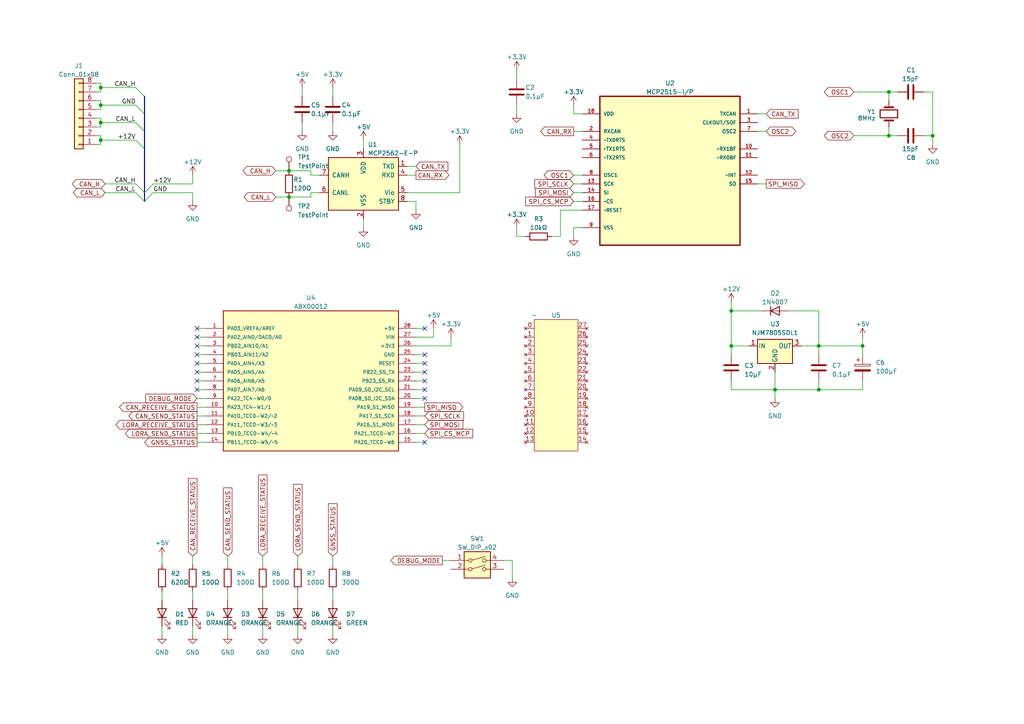
<source format=kicad_sch>
(kicad_sch (version 20230121) (generator eeschema)
  (paper "A4")
  (lib_symbols
    (symbol "ABX00012:ABX00012" (pin_names (offset 1.016))
      (property "Reference" "U" (at -25.4 21.082 0))
      (property "Value" "ABX00012" (at -25.4 -22.86 0))
      (symbol "ABX00012_0_0"
        (rectangle (start -25.4 -20.32) (end 25.4 20.32) (stroke (width 0.254)) (fill (type background)))
        (pin bidirectional line (at -30.48 15.24 0) (length 5.08) (name "PA03_VREFA/AREF") (number "1"))
        (pin bidirectional line (at -30.48 -7.62 0) (length 5.08) (name "PA23_TC4-W1/1") (number "10"))
        (pin bidirectional line (at -30.48 -10.16 0) (length 5.08) (name "PA10_TCC0-W2/~2") (number "11"))
        (pin bidirectional line (at -30.48 -12.7 0) (length 5.08) (name "PA11_TCC0-W3/~3") (number "12"))
        (pin bidirectional line (at -30.48 -15.24 0) (length 5.08) (name "PB10_TCC0-W4/~4") (number "13"))
        (pin bidirectional line (at -30.48 -17.78 0) (length 5.08) (name "PB11_TCC0-W5/~5") (number "14"))
        (pin bidirectional line (at 30.48 -17.78 180) (length 5.08) (name "PA20_TCC0-W6") (number "15"))
        (pin bidirectional line (at 30.48 -15.24 180) (length 5.08) (name "PA21_TCC0-W7") (number "16"))
        (pin bidirectional line (at 30.48 -12.7 180) (length 5.08) (name "PA16_S1_MOSI") (number "17"))
        (pin bidirectional line (at 30.48 -10.16 180) (length 5.08) (name "PA17_S1_SCK") (number "18"))
        (pin bidirectional line (at 30.48 -7.62 180) (length 5.08) (name "PA19_S1_MISO") (number "19"))
        (pin bidirectional line (at -30.48 12.7 0) (length 5.08) (name "PA02_AIN0/DAC0/A0") (number "2"))
        (pin bidirectional line (at 30.48 -5.08 180) (length 5.08) (name "PA08_S0_I2C_SDA") (number "20"))
        (pin bidirectional line (at 30.48 -2.54 180) (length 5.08) (name "PA09_S0_I2C_SCL") (number "21"))
        (pin bidirectional line (at 30.48 0 180) (length 5.08) (name "PB23_S5_RX") (number "22"))
        (pin bidirectional line (at 30.48 2.54 180) (length 5.08) (name "PB22_S5_TX") (number "23"))
        (pin input line (at 30.48 5.08 180) (length 5.08) (name "RESET") (number "24"))
        (pin power_in line (at 30.48 7.62 180) (length 5.08) (name "GND") (number "25"))
        (pin power_in line (at 30.48 10.16 180) (length 5.08) (name "+3V3") (number "26"))
        (pin power_in line (at 30.48 12.7 180) (length 5.08) (name "VIN") (number "27"))
        (pin power_in line (at 30.48 15.24 180) (length 5.08) (name "+5V") (number "28"))
        (pin bidirectional line (at -30.48 10.16 0) (length 5.08) (name "PB02_AIN10/A1") (number "3"))
        (pin bidirectional line (at -30.48 7.62 0) (length 5.08) (name "PB03_AIN11/A2") (number "4"))
        (pin bidirectional line (at -30.48 5.08 0) (length 5.08) (name "PA04_AIN4/A3") (number "5"))
        (pin bidirectional line (at -30.48 2.54 0) (length 5.08) (name "PA05_AIN5/A4") (number "6"))
        (pin bidirectional line (at -30.48 0 0) (length 5.08) (name "PA06_AIN6/A5") (number "7"))
        (pin bidirectional line (at -30.48 -2.54 0) (length 5.08) (name "PA07_AIN7/A6") (number "8"))
        (pin bidirectional line (at -30.48 -5.08 0) (length 5.08) (name "PA22_TC4-W0/0") (number "9"))
      )
    )
    (symbol "ArduinoMkrGpsShield:Arduino_MKR_GPS_Shield"
      (property "Reference" "U" (at 6.35 1.27 0))
      (symbol "Arduino_MKR_GPS_Shield_1_0"
        (pin no_connect line (at 15.24 -7.62 180) (length 2.54) (name "") (number "25"))
      )
      (symbol "Arduino_MKR_GPS_Shield_1_1"
        (rectangle (start 0 0) (end 12.7 -38.1) (fill (type background)))
        (pin no_connect line (at -2.54 -2.54 0) (length 2.54) (name "") (number "0"))
        (pin no_connect line (at -2.54 -5.08 0) (length 2.54) (name "") (number "1"))
        (pin no_connect line (at -2.54 -27.94 0) (length 2.54) (name "") (number "10"))
        (pin no_connect line (at -2.54 -30.48 0) (length 2.54) (name "") (number "11"))
        (pin no_connect line (at -2.54 -33.02 0) (length 2.54) (name "") (number "12"))
        (pin no_connect line (at -2.54 -35.56 0) (length 2.54) (name "") (number "13"))
        (pin no_connect line (at 15.24 -35.56 180) (length 2.54) (name "") (number "14"))
        (pin no_connect line (at 15.24 -33.02 180) (length 2.54) (name "") (number "15"))
        (pin no_connect line (at 15.24 -30.48 180) (length 2.54) (name "") (number "16"))
        (pin no_connect line (at 15.24 -27.94 180) (length 2.54) (name "") (number "17"))
        (pin no_connect line (at 15.24 -25.4 180) (length 2.54) (name "") (number "18"))
        (pin no_connect line (at 15.24 -22.86 180) (length 2.54) (name "") (number "19"))
        (pin no_connect line (at -2.54 -7.62 0) (length 2.54) (name "") (number "2"))
        (pin no_connect line (at 15.24 -20.32 180) (length 2.54) (name "") (number "20"))
        (pin no_connect line (at 15.24 -17.78 180) (length 2.54) (name "") (number "21"))
        (pin no_connect line (at 15.24 -15.24 180) (length 2.54) (name "") (number "22"))
        (pin no_connect line (at 15.24 -12.7 180) (length 2.54) (name "") (number "23"))
        (pin no_connect line (at 15.24 -10.16 180) (length 2.54) (name "") (number "24"))
        (pin no_connect line (at 15.24 -5.08 180) (length 2.54) (name "") (number "26"))
        (pin no_connect line (at 15.24 -2.54 180) (length 2.54) (name "") (number "27"))
        (pin no_connect line (at -2.54 -10.16 0) (length 2.54) (name "") (number "3"))
        (pin no_connect line (at -2.54 -12.7 0) (length 2.54) (name "") (number "4"))
        (pin no_connect line (at -2.54 -15.24 0) (length 2.54) (name "") (number "5"))
        (pin no_connect line (at -2.54 -17.78 0) (length 2.54) (name "") (number "6"))
        (pin no_connect line (at -2.54 -20.32 0) (length 2.54) (name "") (number "7"))
        (pin no_connect line (at -2.54 -22.86 0) (length 2.54) (name "") (number "8"))
        (pin no_connect line (at -2.54 -25.4 0) (length 2.54) (name "") (number "9"))
      )
    )
    (symbol "Connector:TestPoint" (pin_numbers hide) (pin_names (offset 0.762) hide)
      (property "Reference" "TP" (at 0 6.858 0))
      (property "Value" "TestPoint" (at 0 5.08 0))
      (symbol "TestPoint_0_1"
        (circle (center 0 3.302) (radius 0.762))
      )
      (symbol "TestPoint_1_1"
        (pin passive line (at 0 0 90) (length 2.54) (name "1") (number "1"))
      )
    )
    (symbol "Connector_Generic:Conn_01x08" (pin_names (offset 1.016) hide)
      (property "Reference" "J" (at 0 10.16 0))
      (property "Value" "Conn_01x08" (at 0 -12.7 0))
      (symbol "Conn_01x08_1_1"
        (rectangle (start -1.27 -10.033) (end 0 -10.287) (stroke (width 0.1524)))
        (rectangle (start -1.27 -7.493) (end 0 -7.747) (stroke (width 0.1524)))
        (rectangle (start -1.27 -4.953) (end 0 -5.207) (stroke (width 0.1524)))
        (rectangle (start -1.27 -2.413) (end 0 -2.667) (stroke (width 0.1524)))
        (rectangle (start -1.27 0.127) (end 0 -0.127) (stroke (width 0.1524)))
        (rectangle (start -1.27 2.667) (end 0 2.413) (stroke (width 0.1524)))
        (rectangle (start -1.27 5.207) (end 0 4.953) (stroke (width 0.1524)))
        (rectangle (start -1.27 7.747) (end 0 7.493) (stroke (width 0.1524)))
        (rectangle (start -1.27 8.89) (end 1.27 -11.43) (stroke (width 0.254)) (fill (type background)))
        (pin passive line (at -5.08 7.62 0) (length 3.81) (name "Pin_1") (number "1"))
        (pin passive line (at -5.08 5.08 0) (length 3.81) (name "Pin_2") (number "2"))
        (pin passive line (at -5.08 2.54 0) (length 3.81) (name "Pin_3") (number "3"))
        (pin passive line (at -5.08 0 0) (length 3.81) (name "Pin_4") (number "4"))
        (pin passive line (at -5.08 -2.54 0) (length 3.81) (name "Pin_5") (number "5"))
        (pin passive line (at -5.08 -5.08 0) (length 3.81) (name "Pin_6") (number "6"))
        (pin passive line (at -5.08 -7.62 0) (length 3.81) (name "Pin_7") (number "7"))
        (pin passive line (at -5.08 -10.16 0) (length 3.81) (name "Pin_8") (number "8"))
      )
    )
    (symbol "Device:C" (pin_numbers hide) (pin_names (offset 0.254))
      (property "Reference" "C" (at 0.635 2.54 0))
      (property "Value" "C" (at 0.635 -2.54 0))
      (symbol "C_0_1"
        (polyline (pts (xy -2.032 -0.762) (xy 2.032 -0.762)) (stroke (width 0.508)))
        (polyline (pts (xy -2.032 0.762) (xy 2.032 0.762)) (stroke (width 0.508)))
      )
      (symbol "C_1_1"
        (pin passive line (at 0 3.81 270) (length 2.794) (name "~") (number "1"))
        (pin passive line (at 0 -3.81 90) (length 2.794) (name "~") (number "2"))
      )
    )
    (symbol "Device:C_Polarized" (pin_numbers hide) (pin_names (offset 0.254))
      (property "Reference" "C" (at 0.635 2.54 0))
      (property "Value" "C_Polarized" (at 0.635 -2.54 0))
      (symbol "C_Polarized_0_1"
        (rectangle (start -2.286 0.508) (end 2.286 1.016))
        (polyline (pts (xy -1.778 2.286) (xy -0.762 2.286)))
        (polyline (pts (xy -1.27 2.794) (xy -1.27 1.778)))
        (rectangle (start 2.286 -0.508) (end -2.286 -1.016) (fill (type outline)))
      )
      (symbol "C_Polarized_1_1"
        (pin passive line (at 0 3.81 270) (length 2.794) (name "~") (number "1"))
        (pin passive line (at 0 -3.81 90) (length 2.794) (name "~") (number "2"))
      )
    )
    (symbol "Device:Crystal" (pin_numbers hide) (pin_names (offset 1.016) hide)
      (property "Reference" "Y" (at 0 3.81 0))
      (property "Value" "Crystal" (at 0 -3.81 0))
      (symbol "Crystal_0_1"
        (rectangle (start -1.143 2.54) (end 1.143 -2.54) (stroke (width 0.3048)))
        (polyline (pts (xy -2.54 0) (xy -1.905 0)))
        (polyline (pts (xy -1.905 -1.27) (xy -1.905 1.27)) (stroke (width 0.508)))
        (polyline (pts (xy 1.905 -1.27) (xy 1.905 1.27)) (stroke (width 0.508)))
        (polyline (pts (xy 2.54 0) (xy 1.905 0)))
      )
      (symbol "Crystal_1_1"
        (pin passive line (at -3.81 0 0) (length 1.27) (name "1") (number "1"))
        (pin passive line (at 3.81 0 180) (length 1.27) (name "2") (number "2"))
      )
    )
    (symbol "Device:LED" (pin_numbers hide) (pin_names (offset 1.016) hide)
      (property "Reference" "D" (at 0 2.54 0))
      (property "Value" "LED" (at 0 -2.54 0))
      (symbol "LED_0_1"
        (polyline (pts (xy -1.27 -1.27) (xy -1.27 1.27)) (stroke (width 0.254)))
        (polyline (pts (xy -1.27 0) (xy 1.27 0)))
        (polyline (pts (xy 1.27 -1.27) (xy 1.27 1.27) (xy -1.27 0) (xy 1.27 -1.27)) (stroke (width 0.254)))
        (polyline (pts (xy -3.048 -0.762) (xy -4.572 -2.286) (xy -3.81 -2.286) (xy -4.572 -2.286) (xy -4.572 -1.524)))
        (polyline (pts (xy -1.778 -0.762) (xy -3.302 -2.286) (xy -2.54 -2.286) (xy -3.302 -2.286) (xy -3.302 -1.524)))
      )
      (symbol "LED_1_1"
        (pin passive line (at -3.81 0 0) (length 2.54) (name "K") (number "1"))
        (pin passive line (at 3.81 0 180) (length 2.54) (name "A") (number "2"))
      )
    )
    (symbol "Device:R" (pin_numbers hide) (pin_names (offset 0))
      (property "Reference" "R" (at 2.032 0 90))
      (property "Value" "R" (at 0 0 90))
      (symbol "R_0_1"
        (rectangle (start -1.016 -2.54) (end 1.016 2.54) (stroke (width 0.254)))
      )
      (symbol "R_1_1"
        (pin passive line (at 0 3.81 270) (length 1.27) (name "~") (number "1"))
        (pin passive line (at 0 -3.81 90) (length 1.27) (name "~") (number "2"))
      )
    )
    (symbol "Diode:1N4007" (pin_numbers hide) (pin_names hide)
      (property "Reference" "D" (at 0 2.54 0))
      (property "Value" "1N4007" (at 0 -2.54 0))
      (symbol "1N4007_0_1"
        (polyline (pts (xy -1.27 1.27) (xy -1.27 -1.27)) (stroke (width 0.254)))
        (polyline (pts (xy 1.27 0) (xy -1.27 0)))
        (polyline (pts (xy 1.27 1.27) (xy 1.27 -1.27) (xy -1.27 0) (xy 1.27 1.27)) (stroke (width 0.254)))
      )
      (symbol "1N4007_1_1"
        (pin passive line (at -3.81 0 0) (length 2.54) (name "K") (number "1"))
        (pin passive line (at 3.81 0 180) (length 2.54) (name "A") (number "2"))
      )
    )
    (symbol "Interface_CAN_LIN:MCP2562-E-P" (pin_names (offset 1.016))
      (property "Reference" "U" (at -10.16 8.89 0))
      (property "Value" "MCP2562-E-P" (at 2.54 8.89 0))
      (symbol "MCP2562-E-P_0_1"
        (rectangle (start -10.16 7.62) (end 10.16 -7.62) (stroke (width 0.254)) (fill (type background)))
      )
      (symbol "MCP2562-E-P_1_1"
        (pin input line (at -12.7 5.08 0) (length 2.54) (name "TXD") (number "1"))
        (pin power_in line (at 0 -10.16 90) (length 2.54) (name "VSS") (number "2"))
        (pin power_in line (at 0 10.16 270) (length 2.54) (name "VDD") (number "3"))
        (pin output line (at -12.7 2.54 0) (length 2.54) (name "RXD") (number "4"))
        (pin power_in line (at -12.7 -2.54 0) (length 2.54) (name "Vio") (number "5"))
        (pin bidirectional line (at 12.7 -2.54 180) (length 2.54) (name "CANL") (number "6"))
        (pin bidirectional line (at 12.7 2.54 180) (length 2.54) (name "CANH") (number "7"))
        (pin input line (at -12.7 -5.08 0) (length 2.54) (name "STBY") (number "8"))
      )
    )
    (symbol "MCP2515-I_P:MCP2515-I{slash}P" (pin_names (offset 1.016))
      (property "Reference" "U" (at -5.1308 20.2692 0))
      (property "Value" "MCP2515-I{slash}P" (at -5.2324 -29.718 0))
      (symbol "MCP2515-I{slash}P_0_0"
        (rectangle (start -20.32 -25.4) (end 20.32 17.78) (stroke (width 0.4064)) (fill (type background)))
        (pin output line (at 25.4 12.7 180) (length 5.08) (name "TXCAN") (number "1"))
        (pin output line (at 25.4 2.54 180) (length 5.08) (name "~RX1BF") (number "10"))
        (pin output line (at 25.4 0 180) (length 5.08) (name "~RX0BF") (number "11"))
        (pin output line (at 25.4 -5.08 180) (length 5.08) (name "~INT") (number "12"))
        (pin input line (at -25.4 -7.62 0) (length 5.08) (name "SCK") (number "13"))
        (pin input line (at -25.4 -10.16 0) (length 5.08) (name "SI") (number "14"))
        (pin output line (at 25.4 -7.62 180) (length 5.08) (name "SO") (number "15"))
        (pin input line (at -25.4 -12.7 0) (length 5.08) (name "~CS") (number "16"))
        (pin input line (at -25.4 -15.24 0) (length 5.08) (name "~RESET") (number "17"))
        (pin power_in line (at -25.4 12.7 0) (length 5.08) (name "VDD") (number "18"))
        (pin input line (at -25.4 7.62 0) (length 5.08) (name "RXCAN") (number "2"))
        (pin output line (at 25.4 10.16 180) (length 5.08) (name "CLKOUT/SOF") (number "3"))
        (pin input line (at -25.4 5.08 0) (length 5.08) (name "~TX0RTS") (number "4"))
        (pin input line (at -25.4 2.54 0) (length 5.08) (name "~TX1RTS") (number "5"))
        (pin input line (at -25.4 0 0) (length 5.08) (name "~TX2RTS") (number "6"))
        (pin output line (at 25.4 7.62 180) (length 5.08) (name "OSC2") (number "7"))
        (pin input line (at -25.4 -5.08 0) (length 5.08) (name "OSC1") (number "8"))
        (pin power_in line (at -25.4 -20.32 0) (length 5.08) (name "VSS") (number "9"))
      )
    )
    (symbol "Regulator_Linear:L7805" (pin_names (offset 0.254))
      (property "Reference" "U" (at -3.81 3.175 0))
      (property "Value" "L7805" (at 0 3.175 0))
      (symbol "L7805_0_1"
        (rectangle (start -5.08 1.905) (end 5.08 -5.08) (stroke (width 0.254)) (fill (type background)))
      )
      (symbol "L7805_1_1"
        (pin power_in line (at -7.62 0 0) (length 2.54) (name "IN") (number "1"))
        (pin power_in line (at 0 -7.62 90) (length 2.54) (name "GND") (number "2"))
        (pin power_out line (at 7.62 0 180) (length 2.54) (name "OUT") (number "3"))
      )
    )
    (symbol "Switch:SW_DIP_x02" (pin_names (offset 0) hide)
      (property "Reference" "SW" (at 0 6.35 0))
      (property "Value" "SW_DIP_x02" (at 0 -3.81 0))
      (symbol "SW_DIP_x02_0_0"
        (circle (center -2.032 0) (radius 0.508))
        (circle (center -2.032 2.54) (radius 0.508))
        (polyline (pts (xy -1.524 0.127) (xy 2.3622 1.1684)))
        (polyline (pts (xy -1.524 2.667) (xy 2.3622 3.7084)))
        (circle (center 2.032 0) (radius 0.508))
        (circle (center 2.032 2.54) (radius 0.508))
      )
      (symbol "SW_DIP_x02_0_1"
        (rectangle (start -3.81 5.08) (end 3.81 -2.54) (stroke (width 0.254)) (fill (type background)))
      )
      (symbol "SW_DIP_x02_1_1"
        (pin passive line (at -7.62 2.54 0) (length 5.08) (name "~") (number "1"))
        (pin passive line (at -7.62 0 0) (length 5.08) (name "~") (number "2"))
        (pin passive line (at 7.62 0 180) (length 5.08) (name "~") (number "3"))
        (pin passive line (at 7.62 2.54 180) (length 5.08) (name "~") (number "4"))
      )
    )
    (symbol "power:+12V" (power) (pin_names (offset 0))
      (property "Value" "+12V" (at 0 3.556 0))
      (symbol "+12V_0_1"
        (polyline (pts (xy -0.762 1.27) (xy 0 2.54)))
        (polyline (pts (xy 0 0) (xy 0 2.54)))
        (polyline (pts (xy 0 2.54) (xy 0.762 1.27)))
      )
      (symbol "+12V_1_1"
        (pin power_in line (at 0 0 90) (length 0) hide (name "+12V") (number "1"))
      )
    )
    (symbol "power:+3.3V" (power) (pin_names (offset 0))
      (property "Value" "+3.3V" (at 0 3.556 0))
      (symbol "+3.3V_0_1"
        (polyline (pts (xy -0.762 1.27) (xy 0 2.54)))
        (polyline (pts (xy 0 0) (xy 0 2.54)))
        (polyline (pts (xy 0 2.54) (xy 0.762 1.27)))
      )
      (symbol "+3.3V_1_1"
        (pin power_in line (at 0 0 90) (length 0) hide (name "+3.3V") (number "1"))
      )
    )
    (symbol "power:+5V" (power) (pin_names (offset 0))
      (property "Value" "+5V" (at 0 3.556 0))
      (symbol "+5V_0_1"
        (polyline (pts (xy -0.762 1.27) (xy 0 2.54)))
        (polyline (pts (xy 0 0) (xy 0 2.54)))
        (polyline (pts (xy 0 2.54) (xy 0.762 1.27)))
      )
      (symbol "+5V_1_1"
        (pin power_in line (at 0 0 90) (length 0) hide (name "+5V") (number "1"))
      )
    )
    (symbol "power:GND" (power) (pin_names (offset 0))
      (property "Value" "GND" (at 0 -3.81 0))
      (symbol "GND_0_1"
        (polyline (pts (xy 0 0) (xy 0 -1.27) (xy 1.27 -1.27) (xy 0 -2.54) (xy -1.27 -1.27) (xy 0 -1.27)))
      )
      (symbol "GND_1_1"
        (pin power_in line (at 0 0 270) (length 0) hide (name "GND") (number "1"))
      )
    )
  )
  (junction (at 29.21 30.48))
  (junction (at 250.19 100.33))
  (junction (at 237.49 100.33))
  (junction (at 257.81 39.37))
  (junction (at 212.09 90.17))
  (junction (at 257.81 26.67))
  (junction (at 83.82 57.15))
  (junction (at 212.09 100.33))
  (junction (at 29.21 40.64))
  (junction (at 237.49 113.03))
  (junction (at 83.82 49.53))
  (junction (at 224.79 113.03))
  (junction (at 29.21 35.56))
  (junction (at 29.21 25.4))
  (junction (at 270.51 39.37))
  (no_connect (at 123.19 128.27))
  (no_connect (at 57.15 113.03))
  (no_connect (at 123.19 95.25))
  (no_connect (at 57.15 105.41))
  (no_connect (at 123.19 102.87))
  (no_connect (at 57.15 110.49))
  (no_connect (at 57.15 95.25))
  (no_connect (at 123.19 115.57))
  (no_connect (at 123.19 110.49))
  (no_connect (at 123.19 105.41))
  (no_connect (at 57.15 107.95))
  (no_connect (at 123.19 107.95))
  (no_connect (at 57.15 97.79))
  (no_connect (at 123.19 113.03))
  (no_connect (at 57.15 102.87))
  (no_connect (at 57.15 100.33))
  (bus_entry (at 41.91 55.88) (size 2.54 -2.54))
  (bus_entry (at 39.37 35.56) (size 2.54 2.54))
  (bus_entry (at 39.37 40.64) (size 2.54 2.54))
  (bus_entry (at 41.91 58.42) (size -2.54 -2.54))
  (bus_entry (at 41.91 55.88) (size -2.54 -2.54))
  (bus_entry (at 41.91 58.42) (size 2.54 -2.54))
  (bus_entry (at 39.37 25.4) (size 2.54 2.54))
  (bus_entry (at 39.37 30.48) (size 2.54 2.54))
  (wire (pts (xy 232.41 100.33) (xy 237.49 100.33)))
  (wire (pts (xy 270.51 41.91) (xy 270.51 39.37)))
  (wire (pts (xy 219.71 53.34) (xy 222.25 53.34)))
  (wire (pts (xy 219.71 33.02) (xy 222.25 33.02)))
  (wire (pts (xy 57.15 125.73) (xy 59.69 125.73)))
  (bus (pts (xy 41.91 55.88) (xy 41.91 58.42)))
  (wire (pts (xy 29.21 41.91) (xy 29.21 40.64)))
  (wire (pts (xy 166.37 55.88) (xy 168.91 55.88)))
  (wire (pts (xy 168.91 60.96) (xy 162.56 60.96)))
  (wire (pts (xy 57.15 102.87) (xy 59.69 102.87)))
  (wire (pts (xy 237.49 100.33) (xy 237.49 102.87)))
  (wire (pts (xy 120.65 100.33) (xy 130.81 100.33)))
  (wire (pts (xy 237.49 100.33) (xy 250.19 100.33)))
  (wire (pts (xy 29.21 25.4) (xy 29.21 24.13)))
  (wire (pts (xy 57.15 120.65) (xy 59.69 120.65)))
  (wire (pts (xy 120.65 113.03) (xy 123.19 113.03)))
  (wire (pts (xy 224.79 113.03) (xy 237.49 113.03)))
  (wire (pts (xy 55.88 50.8) (xy 55.88 53.34)))
  (wire (pts (xy 57.15 113.03) (xy 59.69 113.03)))
  (wire (pts (xy 270.51 39.37) (xy 270.51 26.67)))
  (wire (pts (xy 57.15 128.27) (xy 59.69 128.27)))
  (wire (pts (xy 120.65 102.87) (xy 123.19 102.87)))
  (wire (pts (xy 212.09 90.17) (xy 212.09 100.33)))
  (wire (pts (xy 76.2 181.61) (xy 76.2 184.15)))
  (wire (pts (xy 29.21 25.4) (xy 39.37 25.4)))
  (wire (pts (xy 66.04 181.61) (xy 66.04 184.15)))
  (wire (pts (xy 228.6 90.17) (xy 237.49 90.17)))
  (wire (pts (xy 257.81 39.37) (xy 260.35 39.37)))
  (wire (pts (xy 86.36 181.61) (xy 86.36 184.15)))
  (wire (pts (xy 57.15 118.11) (xy 59.69 118.11)))
  (wire (pts (xy 237.49 90.17) (xy 237.49 100.33)))
  (wire (pts (xy 247.65 39.37) (xy 257.81 39.37)))
  (wire (pts (xy 250.19 102.87) (xy 250.19 100.33)))
  (wire (pts (xy 120.65 58.42) (xy 120.65 60.96)))
  (wire (pts (xy 120.65 107.95) (xy 123.19 107.95)))
  (wire (pts (xy 87.63 25.4) (xy 87.63 27.94)))
  (wire (pts (xy 257.81 29.21) (xy 257.81 26.67)))
  (wire (pts (xy 217.17 100.33) (xy 212.09 100.33)))
  (wire (pts (xy 166.37 66.04) (xy 168.91 66.04)))
  (wire (pts (xy 257.81 26.67) (xy 260.35 26.67)))
  (wire (pts (xy 120.65 105.41) (xy 123.19 105.41)))
  (wire (pts (xy 118.11 48.26) (xy 120.65 48.26)))
  (wire (pts (xy 76.2 171.45) (xy 76.2 173.99)))
  (wire (pts (xy 257.81 36.83) (xy 257.81 39.37)))
  (bus (pts (xy 41.91 33.02) (xy 41.91 38.1)))
  (wire (pts (xy 267.97 39.37) (xy 270.51 39.37)))
  (wire (pts (xy 118.11 50.8) (xy 120.65 50.8)))
  (wire (pts (xy 55.88 171.45) (xy 55.88 173.99)))
  (wire (pts (xy 149.86 30.48) (xy 149.86 33.02)))
  (wire (pts (xy 237.49 113.03) (xy 250.19 113.03)))
  (wire (pts (xy 29.21 31.75) (xy 29.21 30.48)))
  (wire (pts (xy 120.65 125.73) (xy 123.19 125.73)))
  (wire (pts (xy 166.37 58.42) (xy 168.91 58.42)))
  (wire (pts (xy 212.09 100.33) (xy 212.09 102.87)))
  (wire (pts (xy 57.15 95.25) (xy 59.69 95.25)))
  (wire (pts (xy 80.01 49.53) (xy 83.82 49.53)))
  (wire (pts (xy 120.65 95.25) (xy 123.19 95.25)))
  (wire (pts (xy 39.37 53.34) (xy 30.48 53.34)))
  (wire (pts (xy 57.15 97.79) (xy 59.69 97.79)))
  (wire (pts (xy 57.15 115.57) (xy 59.69 115.57)))
  (wire (pts (xy 27.94 29.21) (xy 29.21 29.21)))
  (wire (pts (xy 39.37 55.88) (xy 30.48 55.88)))
  (wire (pts (xy 90.17 50.8) (xy 90.17 49.53)))
  (wire (pts (xy 66.04 161.29) (xy 66.04 163.83)))
  (wire (pts (xy 148.59 162.56) (xy 148.59 167.64)))
  (wire (pts (xy 76.2 161.29) (xy 76.2 163.83)))
  (wire (pts (xy 212.09 87.63) (xy 212.09 90.17)))
  (wire (pts (xy 80.01 57.15) (xy 83.82 57.15)))
  (wire (pts (xy 29.21 39.37) (xy 29.21 40.64)))
  (wire (pts (xy 128.27 162.56) (xy 130.81 162.56)))
  (wire (pts (xy 96.52 35.56) (xy 96.52 38.1)))
  (wire (pts (xy 27.94 39.37) (xy 29.21 39.37)))
  (wire (pts (xy 29.21 34.29) (xy 29.21 35.56)))
  (wire (pts (xy 224.79 107.95) (xy 224.79 113.03)))
  (wire (pts (xy 96.52 181.61) (xy 96.52 184.15)))
  (wire (pts (xy 105.41 63.5) (xy 105.41 66.04)))
  (wire (pts (xy 57.15 100.33) (xy 59.69 100.33)))
  (wire (pts (xy 55.88 181.61) (xy 55.88 184.15)))
  (wire (pts (xy 162.56 68.58) (xy 160.02 68.58)))
  (wire (pts (xy 120.65 118.11) (xy 123.19 118.11)))
  (wire (pts (xy 120.65 110.49) (xy 123.19 110.49)))
  (wire (pts (xy 27.94 31.75) (xy 29.21 31.75)))
  (wire (pts (xy 166.37 50.8) (xy 168.91 50.8)))
  (wire (pts (xy 29.21 30.48) (xy 39.37 30.48)))
  (wire (pts (xy 224.79 113.03) (xy 224.79 115.57)))
  (bus (pts (xy 41.91 27.94) (xy 41.91 33.02)))
  (wire (pts (xy 267.97 26.67) (xy 270.51 26.67)))
  (wire (pts (xy 92.71 50.8) (xy 90.17 50.8)))
  (wire (pts (xy 166.37 38.1) (xy 168.91 38.1)))
  (wire (pts (xy 237.49 113.03) (xy 237.49 110.49)))
  (wire (pts (xy 166.37 33.02) (xy 168.91 33.02)))
  (bus (pts (xy 41.91 43.18) (xy 41.91 55.88)))
  (wire (pts (xy 166.37 53.34) (xy 168.91 53.34)))
  (wire (pts (xy 96.52 25.4) (xy 96.52 27.94)))
  (wire (pts (xy 29.21 36.83) (xy 27.94 36.83)))
  (wire (pts (xy 130.81 97.79) (xy 130.81 100.33)))
  (wire (pts (xy 86.36 161.29) (xy 86.36 163.83)))
  (wire (pts (xy 29.21 35.56) (xy 29.21 36.83)))
  (wire (pts (xy 90.17 55.88) (xy 90.17 57.15)))
  (wire (pts (xy 212.09 90.17) (xy 220.98 90.17)))
  (wire (pts (xy 247.65 26.67) (xy 257.81 26.67)))
  (wire (pts (xy 120.65 128.27) (xy 123.19 128.27)))
  (wire (pts (xy 55.88 53.34) (xy 44.45 53.34)))
  (wire (pts (xy 57.15 107.95) (xy 59.69 107.95)))
  (wire (pts (xy 250.19 97.79) (xy 250.19 100.33)))
  (wire (pts (xy 57.15 110.49) (xy 59.69 110.49)))
  (wire (pts (xy 55.88 55.88) (xy 44.45 55.88)))
  (wire (pts (xy 125.73 95.25) (xy 125.73 97.79)))
  (bus (pts (xy 41.91 38.1) (xy 41.91 43.18)))
  (wire (pts (xy 27.94 34.29) (xy 29.21 34.29)))
  (wire (pts (xy 55.88 161.29) (xy 55.88 163.83)))
  (wire (pts (xy 46.99 161.29) (xy 46.99 163.83)))
  (wire (pts (xy 166.37 68.58) (xy 166.37 66.04)))
  (wire (pts (xy 57.15 123.19) (xy 59.69 123.19)))
  (wire (pts (xy 29.21 35.56) (xy 39.37 35.56)))
  (wire (pts (xy 133.35 41.91) (xy 133.35 55.88)))
  (wire (pts (xy 162.56 60.96) (xy 162.56 68.58)))
  (wire (pts (xy 46.99 171.45) (xy 46.99 173.99)))
  (wire (pts (xy 55.88 58.42) (xy 55.88 55.88)))
  (wire (pts (xy 149.86 20.32) (xy 149.86 22.86)))
  (wire (pts (xy 96.52 171.45) (xy 96.52 173.99)))
  (wire (pts (xy 219.71 38.1) (xy 222.25 38.1)))
  (wire (pts (xy 27.94 26.67) (xy 29.21 26.67)))
  (wire (pts (xy 83.82 57.15) (xy 90.17 57.15)))
  (wire (pts (xy 27.94 24.13) (xy 29.21 24.13)))
  (wire (pts (xy 66.04 171.45) (xy 66.04 173.99)))
  (wire (pts (xy 120.65 123.19) (xy 123.19 123.19)))
  (wire (pts (xy 120.65 115.57) (xy 123.19 115.57)))
  (wire (pts (xy 146.05 162.56) (xy 148.59 162.56)))
  (wire (pts (xy 149.86 68.58) (xy 152.4 68.58)))
  (wire (pts (xy 96.52 161.29) (xy 96.52 163.83)))
  (wire (pts (xy 27.94 41.91) (xy 29.21 41.91)))
  (wire (pts (xy 86.36 171.45) (xy 86.36 173.99)))
  (wire (pts (xy 29.21 30.48) (xy 29.21 29.21)))
  (wire (pts (xy 105.41 40.64) (xy 105.41 43.18)))
  (wire (pts (xy 118.11 55.88) (xy 133.35 55.88)))
  (wire (pts (xy 250.19 110.49) (xy 250.19 113.03)))
  (wire (pts (xy 46.99 181.61) (xy 46.99 184.15)))
  (wire (pts (xy 118.11 58.42) (xy 120.65 58.42)))
  (wire (pts (xy 125.73 97.79) (xy 120.65 97.79)))
  (wire (pts (xy 57.15 105.41) (xy 59.69 105.41)))
  (wire (pts (xy 149.86 66.04) (xy 149.86 68.58)))
  (wire (pts (xy 92.71 55.88) (xy 90.17 55.88)))
  (wire (pts (xy 87.63 35.56) (xy 87.63 38.1)))
  (wire (pts (xy 29.21 40.64) (xy 39.37 40.64)))
  (wire (pts (xy 212.09 110.49) (xy 212.09 113.03)))
  (wire (pts (xy 29.21 25.4) (xy 29.21 26.67)))
  (wire (pts (xy 83.82 49.53) (xy 90.17 49.53)))
  (wire (pts (xy 212.09 113.03) (xy 224.79 113.03)))
  (wire (pts (xy 166.37 30.48) (xy 166.37 33.02)))
  (wire (pts (xy 120.65 120.65) (xy 123.19 120.65)))
  (label "CAN_L" (at 39.37 55.88 180))
  (label "+12V" (at 39.37 40.64 180))
  (label "CAN_H" (at 39.37 25.4 180))
  (label "CAN_H" (at 39.37 53.34 180))
  (label "+12V" (at 44.45 53.34 0))
  (label "GND" (at 44.45 55.88 0))
  (label "GND" (at 39.37 30.48 180))
  (label "CAN_L" (at 39.37 35.56 180))
  (global_label "OSC1" (shape bidirectional) (at 247.65 26.67 180) (property "Intersheetrefs" "${INTERSHEET_REFS}" (effects hide)))
  (global_label "CAN_L" (shape bidirectional) (at 80.01 57.15 180) (property "Intersheetrefs" "${INTERSHEET_REFS}" (effects hide)))
  (global_label "CAN_RX" (shape output) (at 166.37 38.1 180) (property "Intersheetrefs" "${INTERSHEET_REFS}" (effects hide)))
  (global_label "OSC2" (shape bidirectional) (at 247.65 39.37 180) (property "Intersheetrefs" "${INTERSHEET_REFS}" (effects hide)))
  (global_label "SPI_SCLK" (shape input) (at 166.37 53.34 180) (property "Intersheetrefs" "${INTERSHEET_REFS}" (effects hide)))
  (global_label "SPI_MISO" (shape output) (at 222.25 53.34 0) (property "Intersheetrefs" "${INTERSHEET_REFS}" (effects hide)))
  (global_label "CAN_TX" (shape input) (at 120.65 48.26 0) (property "Intersheetrefs" "${INTERSHEET_REFS}" (effects hide)))
  (global_label "CAN_SEND_STATUS" (shape input) (at 66.04 161.29 90) (property "Intersheetrefs" "${INTERSHEET_REFS}" (effects hide)))
  (global_label "LORA_RECEIVE_STATUS" (shape input) (at 76.2 161.29 90) (property "Intersheetrefs" "${INTERSHEET_REFS}" (effects hide)))
  (global_label "LORA_SEND_STATUS" (shape input) (at 86.36 161.29 90) (property "Intersheetrefs" "${INTERSHEET_REFS}" (effects hide)))
  (global_label "SPI_SCLK" (shape input) (at 123.19 120.65 0) (property "Intersheetrefs" "${INTERSHEET_REFS}" (effects hide)))
  (global_label "DEBUG_MODE" (shape output) (at 128.27 162.56 180) (property "Intersheetrefs" "${INTERSHEET_REFS}" (effects hide)))
  (global_label "CAN_H" (shape bidirectional) (at 80.01 49.53 180) (property "Intersheetrefs" "${INTERSHEET_REFS}" (effects hide)))
  (global_label "SPI_MOSI" (shape input) (at 166.37 55.88 180) (property "Intersheetrefs" "${INTERSHEET_REFS}" (effects hide)))
  (global_label "OSC1" (shape bidirectional) (at 166.37 50.8 180) (property "Intersheetrefs" "${INTERSHEET_REFS}" (effects hide)))
  (global_label "CAN_RX" (shape output) (at 120.65 50.8 0) (property "Intersheetrefs" "${INTERSHEET_REFS}" (effects hide)))
  (global_label "LORA_RECEIVE_STATUS" (shape output) (at 57.15 123.19 180) (property "Intersheetrefs" "${INTERSHEET_REFS}" (effects hide)))
  (global_label "CAN_L" (shape bidirectional) (at 30.48 55.88 180) (property "Intersheetrefs" "${INTERSHEET_REFS}" (effects hide)))
  (global_label "SPI_CS_MCP" (shape input) (at 123.19 125.73 0) (property "Intersheetrefs" "${INTERSHEET_REFS}" (effects hide)))
  (global_label "SPI_MISO" (shape output) (at 123.19 118.11 0) (property "Intersheetrefs" "${INTERSHEET_REFS}" (effects hide)))
  (global_label "GNSS_STATUS" (shape output) (at 57.15 128.27 180) (property "Intersheetrefs" "${INTERSHEET_REFS}" (effects hide)))
  (global_label "SPI_MOSI" (shape input) (at 123.19 123.19 0) (property "Intersheetrefs" "${INTERSHEET_REFS}" (effects hide)))
  (global_label "SPI_CS_MCP" (shape input) (at 166.37 58.42 180) (property "Intersheetrefs" "${INTERSHEET_REFS}" (effects hide)))
  (global_label "CAN_RECEIVE_STATUS" (shape input) (at 55.88 161.29 90) (property "Intersheetrefs" "${INTERSHEET_REFS}" (effects hide)))
  (global_label "LORA_SEND_STATUS" (shape output) (at 57.15 125.73 180) (property "Intersheetrefs" "${INTERSHEET_REFS}" (effects hide)))
  (global_label "CAN_TX" (shape input) (at 222.25 33.02 0) (property "Intersheetrefs" "${INTERSHEET_REFS}" (effects hide)))
  (global_label "CAN_H" (shape bidirectional) (at 30.48 53.34 180) (property "Intersheetrefs" "${INTERSHEET_REFS}" (effects hide)))
  (global_label "OSC2" (shape bidirectional) (at 222.25 38.1 0) (property "Intersheetrefs" "${INTERSHEET_REFS}" (effects hide)))
  (global_label "DEBUG_MODE" (shape input) (at 57.15 115.57 180) (property "Intersheetrefs" "${INTERSHEET_REFS}" (effects hide)))
  (global_label "CAN_SEND_STATUS" (shape output) (at 57.15 120.65 180) (property "Intersheetrefs" "${INTERSHEET_REFS}" (effects hide)))
  (global_label "GNSS_STATUS" (shape input) (at 96.52 161.29 90) (property "Intersheetrefs" "${INTERSHEET_REFS}" (effects hide)))
  (global_label "CAN_RECEIVE_STATUS" (shape output) (at 57.15 118.11 180) (property "Intersheetrefs" "${INTERSHEET_REFS}" (effects hide)))
  (symbol (lib_id "power:+5V") (at 250.19 97.79 0) (unit 1)
    (property "Reference" "#PWR029" (effects hide))
    (property "Value" "+5V" (at 250.19 93.98 0))
  )
  (symbol (lib_id "power:GND") (at 149.86 33.02 0) (unit 1)
    (property "Reference" "#PWR014" (effects hide))
    (property "Value" "GND" (at 149.86 38.1 0))
  )
  (symbol (lib_id "Switch:SW_DIP_x02") (at 138.43 165.1 0) (unit 1)
    (property "Reference" "SW1" (at 138.43 156.21 0))
    (property "Value" "SW_DIP_x02" (at 138.43 158.75 0))
    (property "Footprint" "Button_Switch_THT:SW_DIP_SPSTx02_Piano_10.8x6.64mm_W7.62mm_P2.54mm" (effects hide))
  )
  (symbol (lib_id "Device:R") (at 96.52 167.64 0) (unit 1)
    (property "Reference" "R8" (at 99.06 166.3699 0) (effects (justify left)))
    (property "Value" "300Ω" (at 99.06 168.9099 0) (effects (justify left)))
    (property "Footprint" "Resistor_SMD:R_0603_1608Metric_Pad0.98x0.95mm_HandSolder" (effects hide))
  )
  (symbol (lib_id "power:GND") (at 55.88 58.42 0) (mirror y) (unit 1)
    (property "Reference" "#PWR028" (effects hide))
    (property "Value" "GND" (at 55.88 63.5 0))
  )
  (symbol (lib_id "power:+12V") (at 212.09 87.63 0) (mirror y) (unit 1)
    (property "Reference" "#PWR01" (effects hide))
    (property "Value" "+12V" (at 212.09 83.82 0))
  )
  (symbol (lib_id "power:GND") (at 96.52 184.15 0) (unit 1)
    (property "Reference" "#PWR026" (effects hide))
    (property "Value" "GND" (at 96.52 189.23 0))
  )
  (symbol (lib_id "Connector_Generic:Conn_01x08") (at 22.86 34.29 180) (unit 1)
    (property "Reference" "J1" (at 22.86 19.05 0))
    (property "Value" "Conn_01x08" (at 22.86 21.59 0))
    (property "Footprint" "Connector_Hirose:Hirose_DF11-8DP-2DSA_2x04_P2.00mm_Vertical" (effects hide))
  )
  (symbol (lib_id "Device:R") (at 156.21 68.58 90) (unit 1)
    (property "Reference" "R3" (at 156.21 63.5 90))
    (property "Value" "10kΩ" (at 156.21 66.04 90))
    (property "Footprint" "Resistor_SMD:R_0603_1608Metric_Pad0.98x0.95mm_HandSolder" (effects hide))
  )
  (symbol (lib_id "Device:C") (at 264.16 39.37 270) (mirror x) (unit 1)
    (property "Reference" "C8" (at 262.89 45.72 90) (effects (justify left)))
    (property "Value" "15pF" (at 261.62 43.18 90) (effects (justify left)))
    (property "Footprint" "Capacitor_SMD:C_0603_1608Metric_Pad1.08x0.95mm_HandSolder" (effects hide))
  )
  (symbol (lib_id "ArduinoMkrGpsShield:Arduino_MKR_GPS_Shield") (at 154.94 92.71 0) (unit 1)
    (property "Reference" "U5" (at 161.29 91.44 0))
    (property "Value" "~" (at 154.94 91.44 0))
    (property "Footprint" "ArduinoMkrGpsShield:Arduino MKR GPS Shield" (effects hide))
  )
  (symbol (lib_id "Device:R") (at 46.99 167.64 0) (unit 1)
    (property "Reference" "R2" (at 49.53 166.3699 0) (effects (justify left)))
    (property "Value" "620Ω" (at 49.53 168.9099 0) (effects (justify left)))
    (property "Footprint" "Resistor_SMD:R_0603_1608Metric_Pad0.98x0.95mm_HandSolder" (effects hide))
  )
  (symbol (lib_id "power:GND") (at 46.99 184.15 0) (unit 1)
    (property "Reference" "#PWR020" (effects hide))
    (property "Value" "GND" (at 46.99 189.23 0))
  )
  (symbol (lib_id "Device:C") (at 96.52 31.75 0) (unit 1)
    (property "Reference" "C4" (at 99.06 30.48 0) (effects (justify left)))
    (property "Value" "0.1μF" (at 99.06 33.02 0) (effects (justify left)))
    (property "Footprint" "Capacitor_SMD:C_0603_1608Metric_Pad1.08x0.95mm_HandSolder" (effects hide))
  )
  (symbol (lib_id "power:+3.3V") (at 96.52 25.4 0) (unit 1)
    (property "Reference" "#PWR05" (effects hide))
    (property "Value" "+3.3V" (at 96.52 21.59 0))
  )
  (symbol (lib_id "power:GND") (at 55.88 184.15 0) (unit 1)
    (property "Reference" "#PWR021" (effects hide))
    (property "Value" "GND" (at 55.88 189.23 0))
  )
  (symbol (lib_id "power:GND") (at 86.36 184.15 0) (unit 1)
    (property "Reference" "#PWR024" (effects hide))
    (property "Value" "GND" (at 86.36 189.23 0))
  )
  (symbol (lib_id "power:GND") (at 66.04 184.15 0) (unit 1)
    (property "Reference" "#PWR022" (effects hide))
    (property "Value" "GND" (at 66.04 189.23 0))
  )
  (symbol (lib_id "Interface_CAN_LIN:MCP2562-E-P") (at 105.41 53.34 0) (mirror y) (unit 1)
    (property "Reference" "U1" (at 106.68 41.91 0) (effects (justify right)))
    (property "Value" "MCP2562-E-P" (at 106.68 44.45 0) (effects (justify right)))
    (property "Footprint" "Package_DIP:DIP-8_W7.62mm" (effects hide))
    (property "Datasheet" "http://ww1.microchip.com/downloads/en/DeviceDoc/25167A.pdf" (effects hide))
  )
  (symbol (lib_id "Device:C") (at 149.86 26.67 0) (unit 1)
    (property "Reference" "C2" (at 152.4 25.4 0) (effects (justify left)))
    (property "Value" "0.1μF" (at 152.4 27.94 0) (effects (justify left)))
    (property "Footprint" "Capacitor_SMD:C_0603_1608Metric_Pad1.08x0.95mm_HandSolder" (effects hide))
  )
  (symbol (lib_id "power:+5V") (at 87.63 25.4 0) (unit 1)
    (property "Reference" "#PWR03" (effects hide))
    (property "Value" "+5V" (at 87.63 21.59 0))
  )
  (symbol (lib_id "power:GND") (at 270.51 41.91 0) (unit 1)
    (property "Reference" "#PWR025" (effects hide))
    (property "Value" "GND" (at 270.51 46.99 0))
  )
  (symbol (lib_id "Device:C") (at 87.63 31.75 0) (unit 1)
    (property "Reference" "C5" (at 90.17 30.48 0) (effects (justify left)))
    (property "Value" "0.1μF" (at 90.17 33.02 0) (effects (justify left)))
    (property "Footprint" "Capacitor_SMD:C_0603_1608Metric_Pad1.08x0.95mm_HandSolder" (effects hide))
  )
  (symbol (lib_id "Connector:TestPoint") (at 83.82 57.15 180) (unit 1)
    (property "Reference" "TP2" (at 86.36 59.817 0) (effects (justify right)))
    (property "Value" "TestPoint" (at 86.36 62.357 0) (effects (justify right)))
    (property "Footprint" "Connector_Pin:Pin_D1.0mm_L10.0mm" (effects hide))
  )
  (symbol (lib_id "Device:LED") (at 46.99 177.8 90) (unit 1)
    (property "Reference" "D1" (at 50.8 178.1174 90) (effects (justify right)))
    (property "Value" "RED" (at 50.8 180.6574 90) (effects (justify right)))
    (property "Footprint" "LED_SMD:LED_0603_1608Metric_Pad1.05x0.95mm_HandSolder" (effects hide))
  )
  (symbol (lib_id "power:GND") (at 224.79 115.57 0) (unit 1)
    (property "Reference" "#PWR02" (effects hide))
    (property "Value" "GND" (at 224.79 120.65 0))
  )
  (symbol (lib_id "Connector:TestPoint") (at 83.82 49.53 0) (unit 1)
    (property "Reference" "TP1" (at 86.36 45.593 0) (effects (justify left)))
    (property "Value" "TestPoint" (at 86.36 48.133 0) (effects (justify left)))
    (property "Footprint" "Connector_Pin:Pin_D1.0mm_L10.0mm" (effects hide))
  )
  (symbol (lib_id "Diode:1N4007") (at 224.79 90.17 0) (unit 1)
    (property "Reference" "D2" (at 224.79 85.09 0))
    (property "Value" "1N4007" (at 224.79 87.63 0))
    (property "Footprint" "Diode_SMD:D_SOD-123F" (effects hide))
    (property "Datasheet" "http://www.vishay.com/docs/88503/1n4001.pdf" (effects hide))
    (property "Sim.Device" "D" (effects hide))
    (property "Sim.Pins" "1=K 2=A" (effects hide))
  )
  (symbol (lib_id "power:GND") (at 120.65 60.96 0) (unit 1)
    (property "Reference" "#PWR09" (effects hide))
    (property "Value" "GND" (at 120.65 66.04 0))
  )
  (symbol (lib_id "Device:R") (at 55.88 167.64 0) (unit 1)
    (property "Reference" "R5" (at 58.42 166.3699 0) (effects (justify left)))
    (property "Value" "100Ω" (at 58.42 168.9099 0) (effects (justify left)))
    (property "Footprint" "Resistor_SMD:R_0603_1608Metric_Pad0.98x0.95mm_HandSolder" (effects hide))
  )
  (symbol (lib_id "power:GND") (at 166.37 68.58 0) (unit 1)
    (property "Reference" "#PWR017" (effects hide))
    (property "Value" "GND" (at 166.37 73.66 0))
  )
  (symbol (lib_id "power:+5V") (at 46.99 161.29 0) (unit 1)
    (property "Reference" "#PWR019" (effects hide))
    (property "Value" "+5V" (at 46.99 157.48 0))
  )
  (symbol (lib_id "Device:LED") (at 66.04 177.8 90) (unit 1)
    (property "Reference" "D3" (at 69.85 178.1174 90) (effects (justify right)))
    (property "Value" "ORANGE" (at 69.85 180.6574 90) (effects (justify right)))
    (property "Footprint" "LED_SMD:LED_0603_1608Metric_Pad1.05x0.95mm_HandSolder" (effects hide))
  )
  (symbol (lib_id "Device:C_Polarized") (at 250.19 106.68 0) (unit 1)
    (property "Reference" "C6" (at 254 105.156 0) (effects (justify left)))
    (property "Value" "100μF" (at 254 107.696 0) (effects (justify left)))
    (property "Footprint" "Capacitor_SMD:CP_Elec_6.3x7.7" (effects hide))
  )
  (symbol (lib_id "power:GND") (at 148.59 167.64 0) (mirror y) (unit 1)
    (property "Reference" "#PWR018" (effects hide))
    (property "Value" "GND" (at 148.59 172.72 0))
  )
  (symbol (lib_id "Regulator_Linear:L7805") (at 224.79 100.33 0) (unit 1)
    (property "Reference" "U3" (at 224.79 93.98 0))
    (property "Value" "NJM7805SDL1" (at 224.79 96.52 0))
    (property "Footprint" "Package_TO_SOT_SMD:TO-252-2" (effects hide))
    (property "Datasheet" "http://www.st.com/content/ccc/resource/technical/document/datasheet/41/4f/b3/b0/12/d4/47/88/CD00000444.pdf/files/CD00000444.pdf/jcr:content/translations/en.CD00000444.pdf" (effects hide))
  )
  (symbol (lib_id "ABX00012:ABX00012") (at 90.17 110.49 0) (unit 1)
    (property "Reference" "U4" (at 90.17 86.36 0))
    (property "Value" "ABX00012" (at 90.17 88.9 0))
    (property "Footprint" "ABX00012:ARDUINO_ABX00012" (effects hide))
    (property "STANDARD" "Manufacturer Recommendations" (effects hide))
    (property "PARTREV" "5" (effects hide))
    (property "MANUFACTURER" "Arduino" (effects hide))
  )
  (symbol (lib_id "Device:C") (at 212.09 106.68 0) (unit 1)
    (property "Reference" "C3" (at 215.9 106.045 0) (effects (justify left)))
    (property "Value" "10μF" (at 215.9 108.585 0) (effects (justify left)))
    (property "Footprint" "Capacitor_SMD:C_0603_1608Metric_Pad1.08x0.95mm_HandSolder" (effects hide))
  )
  (symbol (lib_id "power:+3.3V") (at 149.86 66.04 0) (unit 1)
    (property "Reference" "#PWR015" (effects hide))
    (property "Value" "+3.3V" (at 149.86 62.23 0))
  )
  (symbol (lib_id "power:+3.3V") (at 133.35 41.91 0) (unit 1)
    (property "Reference" "#PWR012" (effects hide))
    (property "Value" "+3.3V" (at 133.35 38.1 0))
  )
  (symbol (lib_id "power:+5V") (at 125.73 95.25 0) (unit 1)
    (property "Reference" "#PWR010" (effects hide))
    (property "Value" "+5V" (at 125.73 91.44 0))
  )
  (symbol (lib_id "power:GND") (at 76.2 184.15 0) (unit 1)
    (property "Reference" "#PWR023" (effects hide))
    (property "Value" "GND" (at 76.2 189.23 0))
  )
  (symbol (lib_id "Device:LED") (at 86.36 177.8 90) (unit 1)
    (property "Reference" "D6" (at 90.17 178.1174 90) (effects (justify right)))
    (property "Value" "ORANGE" (at 90.17 180.6574 90) (effects (justify right)))
    (property "Footprint" "LED_SMD:LED_0603_1608Metric_Pad1.05x0.95mm_HandSolder" (effects hide))
  )
  (symbol (lib_id "power:GND") (at 105.41 66.04 0) (unit 1)
    (property "Reference" "#PWR08" (effects hide))
    (property "Value" "GND" (at 105.41 71.12 0))
  )
  (symbol (lib_id "Device:Crystal") (at 257.81 33.02 270) (mirror x) (unit 1)
    (property "Reference" "Y1" (at 254 32.385 90) (effects (justify right)))
    (property "Value" "8MHz" (at 254 34.29 90) (effects (justify right)))
    (property "Footprint" "Crystal:Crystal_HC49-U_Vertical" (effects hide))
  )
  (symbol (lib_id "Device:R") (at 66.04 167.64 0) (unit 1)
    (property "Reference" "R4" (at 68.58 166.3699 0) (effects (justify left)))
    (property "Value" "100Ω" (at 68.58 168.9099 0) (effects (justify left)))
    (property "Footprint" "Resistor_SMD:R_0603_1608Metric_Pad0.98x0.95mm_HandSolder" (effects hide))
  )
  (symbol (lib_id "power:GND") (at 87.63 38.1 0) (unit 1)
    (property "Reference" "#PWR04" (effects hide))
    (property "Value" "GND" (at 87.63 43.18 0))
  )
  (symbol (lib_id "MCP2515-I_P:MCP2515-I{slash}P") (at 194.31 45.72 0) (unit 1)
    (property "Reference" "U2" (at 194.31 24.13 0))
    (property "Value" "MCP2515-I/P" (at 194.31 26.67 0))
    (property "Footprint" "Package_DIP:DIP-18_W7.62mm" (effects hide))
    (property "MPN" "MCP2515-I/P" (effects hide))
    (property "OC_FARNELL" "1439391" (effects hide))
    (property "PACKAGE" "PDIP-18" (effects hide))
    (property "SUPPLIER" "MICROCHIP" (effects hide))
    (property "DESCRIPTION" "CAN CONTRL" (effects hide))
    (property "OC_NEWARK" "61K2945" (effects hide))
  )
  (symbol (lib_id "Device:LED") (at 96.52 177.8 90) (unit 1)
    (property "Reference" "D7" (at 100.33 178.1174 90) (effects (justify right)))
    (property "Value" "GREEN" (at 100.33 180.6574 90) (effects (justify right)))
    (property "Footprint" "LED_SMD:LED_0603_1608Metric_Pad1.05x0.95mm_HandSolder" (effects hide))
  )
  (symbol (lib_id "Device:LED") (at 55.88 177.8 90) (unit 1)
    (property "Reference" "D4" (at 59.69 178.1174 90) (effects (justify right)))
    (property "Value" "ORANGE" (at 59.69 180.6574 90) (effects (justify right)))
    (property "Footprint" "LED_SMD:LED_0603_1608Metric_Pad1.05x0.95mm_HandSolder" (effects hide))
  )
  (symbol (lib_id "power:+12V") (at 55.88 50.8 0) (mirror y) (unit 1)
    (property "Reference" "#PWR027" (effects hide))
    (property "Value" "+12V" (at 55.88 46.99 0))
  )
  (symbol (lib_id "Device:C") (at 264.16 26.67 270) (mirror x) (unit 1)
    (property "Reference" "C1" (at 262.89 20.32 90) (effects (justify left)))
    (property "Value" "15pF" (at 261.62 22.86 90) (effects (justify left)))
    (property "Footprint" "Capacitor_SMD:C_0603_1608Metric_Pad1.08x0.95mm_HandSolder" (effects hide))
  )
  (symbol (lib_id "Device:R") (at 76.2 167.64 0) (unit 1)
    (property "Reference" "R6" (at 78.74 166.3699 0) (effects (justify left)))
    (property "Value" "100Ω" (at 78.74 168.9099 0) (effects (justify left)))
    (property "Footprint" "Resistor_SMD:R_0603_1608Metric_Pad0.98x0.95mm_HandSolder" (effects hide))
  )
  (symbol (lib_id "Device:LED") (at 76.2 177.8 90) (unit 1)
    (property "Reference" "D5" (at 80.01 178.1174 90) (effects (justify right)))
    (property "Value" "ORANGE" (at 80.01 180.6574 90) (effects (justify right)))
    (property "Footprint" "LED_SMD:LED_0603_1608Metric_Pad1.05x0.95mm_HandSolder" (effects hide))
  )
  (symbol (lib_id "Device:R") (at 86.36 167.64 0) (unit 1)
    (property "Reference" "R7" (at 88.9 166.3699 0) (effects (justify left)))
    (property "Value" "100Ω" (at 88.9 168.9099 0) (effects (justify left)))
    (property "Footprint" "Resistor_SMD:R_0603_1608Metric_Pad0.98x0.95mm_HandSolder" (effects hide))
  )
  (symbol (lib_id "Device:R") (at 83.82 53.34 0) (unit 1)
    (property "Reference" "R1" (at 85.09 52.07 0) (effects (justify left)))
    (property "Value" "120Ω" (at 85.09 54.61 0) (effects (justify left)))
    (property "Footprint" "Resistor_SMD:R_0603_1608Metric_Pad0.98x0.95mm_HandSolder" (effects hide))
  )
  (symbol (lib_id "Device:C") (at 237.49 106.68 0) (unit 1)
    (property "Reference" "C7" (at 241.3 106.045 0) (effects (justify left)))
    (property "Value" "0.1μF" (at 241.3 108.585 0) (effects (justify left)))
    (property "Footprint" "Capacitor_SMD:C_0603_1608Metric_Pad1.08x0.95mm_HandSolder" (effects hide))
  )
  (symbol (lib_id "power:+3.3V") (at 166.37 30.48 0) (unit 1)
    (property "Reference" "#PWR016" (effects hide))
    (property "Value" "+3.3V" (at 166.37 26.67 0))
  )
  (symbol (lib_id "power:+3.3V") (at 130.81 97.79 0) (unit 1)
    (property "Reference" "#PWR011" (effects hide))
    (property "Value" "+3.3V" (at 130.81 93.98 0))
  )
  (symbol (lib_id "power:+5V") (at 105.41 40.64 0) (unit 1)
    (property "Reference" "#PWR07" (effects hide))
    (property "Value" "+5V" (at 105.41 36.83 0))
  )
  (symbol (lib_id "power:+3.3V") (at 149.86 20.32 0) (unit 1)
    (property "Reference" "#PWR013" (effects hide))
    (property "Value" "+3.3V" (at 149.86 16.51 0))
  )
  (symbol (lib_id "power:GND") (at 96.52 38.1 0) (unit 1)
    (property "Reference" "#PWR06" (effects hide))
    (property "Value" "GND" (at 96.52 43.18 0))
  )
)
</source>
